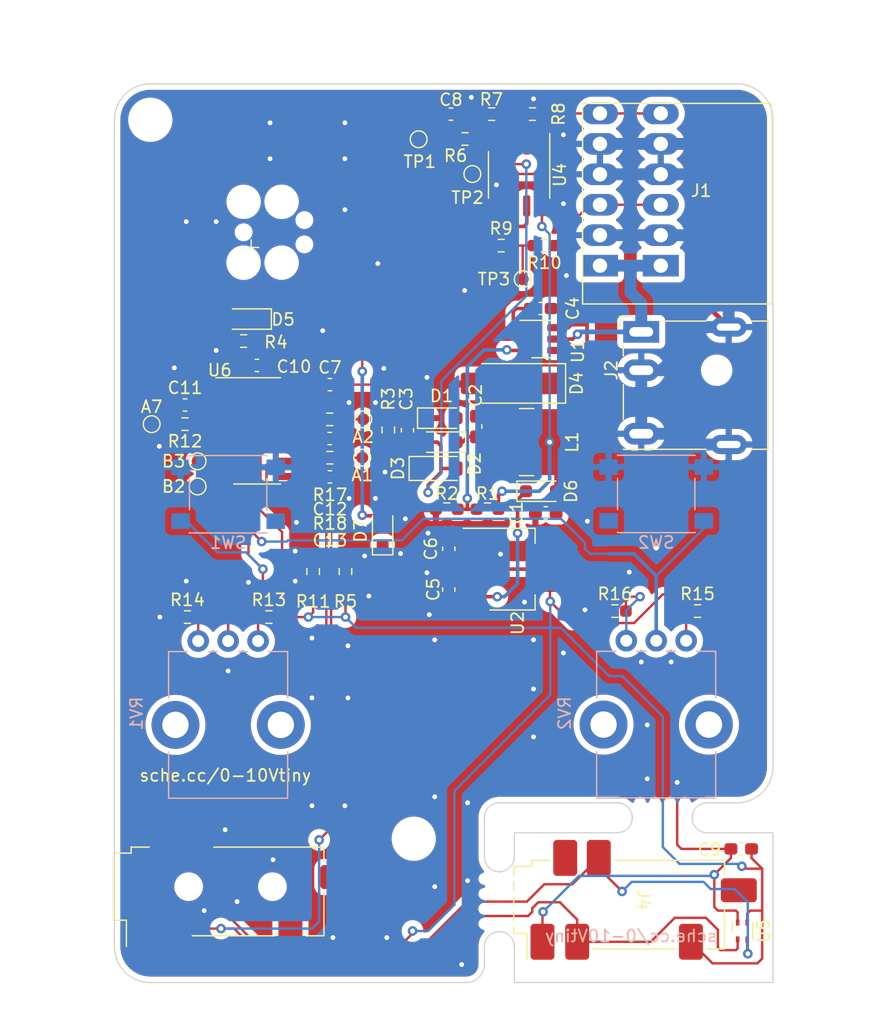
<source format=kicad_pcb>
(kicad_pcb (version 20221018) (generator pcbnew)
  (layers (0 "F.Cu" signal) (31 "B.Cu" signal) (34 "B.Paste" user) (35 "F.Paste" user) (36 "B.SilkS" user "B.Silkscreen") (37 "F.SilkS" user "F.Silkscreen") (38 "B.Mask" user) (39 "F.Mask" user) (44 "Edge.Cuts" user))
  (net 0 "")
  (net 1 "+12VA")
  (net 2 "GND")
  (net 3 "Net-(D4-K)")
  (net 4 "Net-(D1-A)")
  (net 5 "-12VA")
  (net 6 "Net-(U1-CB)")
  (net 7 "+24V")
  (net 8 "Net-(U1-FB)")
  (net 9 "Net-(D3-K)")
  (net 11 "+3V3")
  (net 12 "Net-(A1-Pad1)")
  (net 13 "Net-(U4A--)")
  (net 14 "/0-10V out")
  (net 15 "Net-(A2-Pad1)")
  (net 16 "/0-10V in")
  (net 17 "Net-(U4B--)")
  (net 18 "Net-(A7-Pad1)")
  (net 19 "Net-(U6-PB2)")
  (net 20 "Net-(U6-PB3)")
  (net 21 "Net-(U6-PA3)")
  (net 22 "Net-(U4A-+)")
  (net 23 "Net-(U6-PA7)")
  (net 24 "Net-(U6-PA2)")
  (net 25 "Net-(U6-PA1)")
  (net 26 "Net-(D5-K)")
  (net 27 "/Adapter RX")
  (net 28 "SCL")
  (net 29 "SDA")
  (net 32 "/UPDI")
  (net 33 "Net-(U6-PA6)")
  (net 34 "Net-(R13-Pad1)")
  (net 35 "Net-(R15-Pad1)")
  (net 36 "closed_SP")
  (net 37 "open_SP")
  (net 38 "Net-(R14-Pad2)")
  (net 39 "Net-(R16-Pad2)")
  (net 40 "Net-(D6-K)")
  (net 41 "VBUS")
  (footprint "mouse_bites:2.5mm_slot" (layer "F.Cu") (at 173.5 95.5 180)
    (fp_text reference "REF**" hide)
    (fp_text value "2.5mm_slot" hide)
    (fp_arc (start 0 0) (mid 1.25 1.25) (end 0 2.5) (stroke (width 0.12)) (layer "Edge.Cuts"))
    (fp_arc (start 7.5 2.5) (mid 6.25 1.25) (end 7.5 0) (stroke (width 0.12)) (layer "Edge.Cuts"))
  )
  (footprint "Package_SO:SO-8_3.9x4.9mm_P1.27mm" (layer "F.Cu") (at 157.8 40.6 -90)
    (fp_text reference "U4")
    (fp_text value "LM358")
  )
  (footprint "Capacitor_SMD:C_0603_1608Metric_Pad1.08x0.95mm_HandSolder" (layer "F.Cu") (at 176.35 96.85)
    (fp_text reference "C9")
    (fp_text value "100nF")
  )
  (footprint "MountingHole:MountingHole_3.2mm_M3_DIN965" (layer "F.Cu") (at 127 36)
    (fp_text reference "REF**" hide)
    (fp_text value "MountingHole_3.2mm_M3_DIN965")
  )
  (footprint "TestPoint:TestPoint_Pad_D1.0mm" (layer "F.Cu") (at 127.1125 61.4)
    (fp_text reference "A7")
    (fp_text value "PA7")
  )
  (footprint "Diode_SMD:D_SMA_Handsoldering" (layer "F.Cu") (at 157.175 58 180)
    (fp_text reference "D4")
    (fp_text value "SS12")
  )
  (footprint "Capacitor_SMD:C_0603_1608Metric_Pad1.08x0.95mm_HandSolder" (layer "F.Cu") (at 152.1075 35.525 180)
    (fp_text reference "C8")
    (fp_text value "100nF")
  )
  (footprint "Inductor_SMD:L_TracoPower_TCK-047_5.2x5.8mm" (layer "F.Cu") (at 158.425 62.9)
    (fp_text reference "L1")
    (fp_text value "1mH")
  )
  (footprint "Resistor_SMD:R_0603_1608Metric_Pad0.98x0.95mm_HandSolder" (layer "F.Cu") (at 172.7 77)
    (fp_text reference "R15")
    (fp_text value "33k")
  )
  (footprint "TestPoint:TestPoint_Pad_D1.0mm" (layer "F.Cu") (at 153.895 40.525 -90)
    (fp_text reference "TP2")
    (fp_text value "DACx4")
  )
  (footprint "TestPoint:TestPoint_Pad_D1.0mm" (layer "F.Cu") (at 144.7875 61 180)
    (fp_text reference "A2")
    (fp_text value "PA7")
  )
  (footprint "Resistor_SMD:R_0603_1608Metric_Pad0.98x0.95mm_HandSolder" (layer "F.Cu") (at 130.1 77.5)
    (fp_text reference "R14")
    (fp_text value "1k")
  )
  (footprint "Resistor_SMD:R_0603_1608Metric_Pad0.98x0.95mm_HandSolder" (layer "F.Cu") (at 159.9125 46.5 180)
    (fp_text reference "R10")
    (fp_text value "12k")
  )
  (footprint "Connector_Audio:Jack_3.5mm_CUI_SJ-43516-SMT_Horizontal" (layer "F.Cu") (at 134.75 100 90)
    (fp_text reference "J3" hide)
    (fp_text value "SJ-43514-SMT")
  )
  (footprint "Resistor_SMD:R_0603_1608Metric_Pad0.98x0.95mm_HandSolder" (layer "F.Cu") (at 143.3 73.7 90)
    (fp_text reference "R5")
    (fp_text value "12k")
  )
  (footprint "Package_TO_SOT_SMD:SOT-223-3_TabPin2" (layer "F.Cu") (at 157.225 73.5)
    (fp_text reference "U2")
    (fp_text value "AMS1117-3.3")
  )
  (footprint "Resistor_SMD:R_0603_1608Metric_Pad0.98x0.95mm_HandSolder" (layer "F.Cu") (at 134.79 54.465 180)
    (fp_text reference "R4")
    (fp_text value "470R")
  )
  (footprint "Resistor_SMD:R_0603_1608Metric_Pad0.98x0.95mm_HandSolder" (layer "F.Cu") (at 141.9875 61)
    (fp_text reference "R17")
    (fp_text value "100R")
  )
  (footprint "Connector:Tag-Connect_TC2030-IDC-FP_2x03_P1.27mm_Vertical" (layer "F.Cu") (at 137.33 45.385)
    (fp_text reference "J5" hide)
    (fp_text value "AVR-UPDI-6")
  )
  (footprint "TestPoint:TestPoint_Pad_D1.0mm" (layer "F.Cu") (at 158.1 49.3)
    (fp_text reference "TP3")
    (fp_text value "A3(0-10/~4)")
  )
  (footprint "Resistor_SMD:R_0603_1608Metric_Pad0.98x0.95mm_HandSolder" (layer "F.Cu") (at 142 64.2)
    (fp_text reference "R18")
    (fp_text value "100R")
  )
  (footprint "Capacitor_SMD:C_0603_1608Metric_Pad1.08x0.95mm_HandSolder" (layer "F.Cu") (at 151.925 75.2 -90)
    (fp_text reference "C5")
    (fp_text value "1uF 25V")
  )
  (footprint "MountingHole:MountingHole_3.2mm_M3_DIN965" (layer "F.Cu") (at 149 96)
    (fp_text reference "REF**" hide)
    (fp_text value "MountingHole_3.2mm_M3_DIN965")
  )
  (footprint "Connector_Audio:Jack_3.5mm_CUI_SJ-43516-SMT_Horizontal" (layer "F.Cu") (at 168.2 101.1 90)
    (fp_text reference "J4")
    (fp_text value "AudioJack4")
  )
  (footprint "Capacitor_SMD:C_0603_1608Metric_Pad1.08x0.95mm_HandSolder" (layer "F.Cu") (at 135.9 56.5 180)
    (fp_text reference "C10")
    (fp_text value "100nF")
  )
  (footprint "Resistor_SMD:R_0603_1608Metric_Pad0.98x0.95mm_HandSolder" (layer "F.Cu") (at 151.7625 68.5 180)
    (fp_text reference "R2")
    (fp_text value "10k")
  )
  (footprint "Diode_SMD:D_SOD-323_HandSoldering" (layer "F.Cu") (at 146.4 70.3 90)
    (fp_text reference "D7")
    (fp_text value "BAT54WS")
  )
  (footprint "Capacitor_SMD:C_0603_1608Metric_Pad1.08x0.95mm_HandSolder" (layer "F.Cu") (at 141.9875 62.6 180)
    (fp_text reference "C12")
    (fp_text value "100nF")
  )
  (footprint "Resistor_SMD:R_0603_1608Metric_Pad0.98x0.95mm_HandSolder" (layer "F.Cu") (at 156.3 46.5)
    (fp_text reference "R9")
    (fp_text value "3k9")
  )
  (footprint "graphics:kiwi" (layer "F.Cu") (at 150.25 85)
    (fp_text reference "G***" hide)
    (fp_text value "LOGO" hide)
  )
  (footprint "Resistor_SMD:R_0603_1608Metric_Pad0.98x0.95mm_HandSolder" (layer "F.Cu") (at 129.9 61.4 180)
    (fp_text reference "R12")
    (fp_text value "100R")
  )
  (footprint "TerminalBlock_Phoenix:TerminalBlock_Phoenix_PTSM-0,5-6-2.5-H-THR_1x06_P2.50mm_Horizontal" (layer "F.Cu") (at 169.63 48.17 90)
    (fp_text reference "J1")
    (fp_text value "CUI TBL009-254-06xx")
  )
  (footprint "mouse_bites:2.5mm_slot" (layer "F.Cu") (at 157.4 97.5 -90)
    (fp_text reference "REF**" hide)
    (fp_text value "2.5mm_slot" hide)
    (fp_arc (start 0 0) (mid 1.25 1.25) (end 0 2.5) (stroke (width 0.12)) (layer "Edge.Cuts"))
    (fp_arc (start 7.5 2.5) (mid 6.25 1.25) (end 7.5 0) (stroke (width 0.12)) (layer "Edge.Cuts"))
  )
  (footprint "Package_SO:SOIC-14_3.9x8.7mm_P1.27mm" (layer "F.Cu") (at 135.925 61.96)
    (fp_text reference "U6")
    (fp_text value "ATtiny414-SS")
  )
  (footprint "Capacitor_SMD:C_0603_1608Metric_Pad1.08x0.95mm_HandSolder" (layer "F.Cu") (at 129.9 59.8)
    (fp_text reference "C11")
    (fp_text value "100nF")
  )
  (footprint "Resistor_SMD:R_0603_1608Metric_Pad0.98x0.95mm_HandSolder" (layer "F.Cu") (at 136.9 77.5)
    (fp_text reference "R13")
    (fp_text value "33k")
  )
  (footprint "Resistor_SMD:R_0603_1608Metric_Pad0.98x0.95mm_HandSolder" (layer "F.Cu") (at 155.1625 68.5 180)
    (fp_text reference "R1")
    (fp_text value "150k")
  )
  (footprint "Diode_SMD:D_SOD-323_HandSoldering" (layer "F.Cu") (at 135.1 52.63 180)
    (fp_text reference "D5")
    (fp_text value "BAT54WS")
  )
  (footprint "TestPoint:TestPoint_Pad_D1.0mm" (layer "F.Cu") (at 144.7 64.2 180)
    (fp_text reference "A1")
    (fp_text value "PA7")
  )
  (footprint "Capacitor_SMD:C_0603_1608Metric_Pad1.08x0.95mm_HandSolder" (layer "F.Cu") (at 159.6125 51.75)
    (fp_text reference "C4")
    (fp_text value "100nF")
  )
  (footprint "Resistor_SMD:R_0603_1608Metric_Pad0.98x0.95mm_HandSolder" (layer "F.Cu") (at 165.8 77)
    (fp_text reference "R16")
    (fp_text value "1k")
  )
  (footprint "Capacitor_SMD:C_0603_1608Metric_Pad1.08x0.95mm_HandSolder" (layer "F.Cu") (at 160.025 68.8 180)
    (fp_text reference "C1")
    (fp_text value "1uF 25V")
  )
  (footprint "Resistor_SMD:R_0603_1608Metric_Pad0.98x0.95mm_HandSolder" (layer "F.Cu") (at 153.28 37.6)
    (fp_text reference "R6")
    (fp_text value "1k")
  )
  (footprint "Diode_SMD:D_SOD-323_HandSoldering" (layer "F.Cu") (at 159.625 67)
    (fp_text reference "D6")
    (fp_text value "BAT54WS")
  )
  (footprint "Sensor_Humidity:Sensirion_DFN-4_1.5x1.5mm_P0.8mm_SHT4x_NoCentralPad" (layer "F.Cu") (at 176.45 103.7 90)
    (fp_text reference "U5")
    (fp_text value "SHT4x")
  )
  (footprint "Capacitor_SMD:C_0603_1608Metric_Pad1.08x0.95mm_HandSolder" (layer "F.Cu") (at 148.475 61.9 -90)
    (fp_text reference "C3")
    (fp_text value "1uF 25V")
  )
  (footprint "Resistor_SMD:R_0603_1608Metric_Pad0.98x0.95mm_HandSolder" (layer "F.Cu") (at 158.92 35.525)
    (fp_text reference "R8")
    (fp_text value "100k")
  )
  (footprint "Diode_SMD:D_SOD-323_HandSoldering" (layer "F.Cu") (at 151.325 62.9 180)
    (fp_text reference "D2")
    (fp_text value "BAT54WS")
  )
  (footprint "Resistor_SMD:R_0603_1608Metric_Pad0.98x0.95mm_HandSolder" (layer "F.Cu") (at 140.6 73.7 90)
    (fp_text reference "R11")
    (fp_text value "12k")
  )
  (footprint "Capacitor_SMD:C_0603_1608Metric_Pad1.08x0.95mm_HandSolder" (layer "F.Cu") (at 151.925 71.8 -90)
    (fp_text reference "C6")
    (fp_text value "1uF 25V")
  )
  (footprint "TestPoint:TestPoint_Pad_D1.0mm" (layer "F.Cu") (at 149.4075 37.625 -90)
    (fp_text reference "TP1")
    (fp_text value "DAC")
  )
  (footprint "Connector_BarrelJack:BarrelJack_CUI_PJ-079BH_Horizontal" (layer "F.Cu") (at 168 53.7 90)
    (fp_text reference "J2")
    (fp_text value "CUI_PJ-079BH")
  )
  (footprint "Package_TO_SOT_SMD:SOT-23-6" (layer "F.Cu") (at 159.675 54.3)
    (fp_text reference "U1")
    (fp_text value "LV2862YDDCR")
  )
  (footprint "Capacitor_SMD:C_0603_1608Metric_Pad1.08x0.95mm_HandSolder" (layer "F.Cu") (at 142 58.1)
    (fp_text reference "C7")
    (fp_text value "100nF")
  )
  (footprint "Resistor_SMD:R_0603_1608Metric_Pad0.98x0.95mm_HandSolder" (layer "F.Cu") (at 146.875 61.8875 90)
    (fp_text reference "R3")
    (fp_text value "100R")
  )
  (footprint "Diode_SMD:D_SOD-123" (layer "F.Cu") (at 150.975 65.1)
    (fp_text reference "D3")
    (fp_text value "15V")
  )
  (footprint "TestPoint:TestPoint_Pad_D1.0mm" (layer "F.Cu") (at 130.95 64.5)
    (fp_text reference "B3")
    (fp_text value "PA7")
  )
  (footprint "Capacitor_SMD:C_0603_1608Metric_Pad1.08x0.95mm_HandSolder" (layer "F.Cu") (at 154.175 61.6 -90)
    (fp_text reference "C2")
    (fp_text value "1uF 25V")
  )
  (footprint "Resistor_SMD:R_0603_1608Metric_Pad0.98x0.95mm_HandSolder" (layer "F.Cu") (at 155.5075 35.525 180)
    (fp_text reference "R7")
    (fp_text value "33k")
  )
  (footprint "Capacitor_SMD:C_0603_1608Metric_Pad1.08x0.95mm_HandSolder" (layer "F.Cu") (at 142 65.8 180)
    (fp_text reference "C13")
    (fp_text value "100nF")
  )
  (footprint "TestPoint:TestPoint_Pad_D1.0mm" (layer "F.Cu") (at 130.95 66.6)
    (fp_text reference "B2")
    (fp_text value "PA7")
  )
  (footprint "Diode_SMD:D_SOD-323_HandSoldering" (layer "F.Cu") (at 151.325 60.9)
    (fp_text reference "D1")
    (fp_text value "BAT54WS")
  )
  (footprint "Button_Switch_SMD:SW_Push_1P1T_NO_6x6mm_H9.5mm" (layer "B.Cu") (at 169.25 67.225)
    (fp_text reference "SW2")
    (fp_text value "SW_Push")
  )
  (footprint "Potentiometer_THT:Potentiometer_Bourns_PTV09A-1_Single_Vertical" (layer "B.Cu") (at 136 79.5 -90)
    (fp_text reference "RV1")
    (fp_text value "100K")
  )
  (footprint "graphics:kiwi" (layer "B.Cu") (at 150.25 85 180)
    (fp_text reference "G***" hide)
    (fp_text value "LOGO" hide)
  )
  (footprint "Button_Switch_SMD:SW_Push_1P1T_NO_6x6mm_H9.5mm" (layer "B.Cu") (at 133.5 67.25)
    (fp_text reference "SW1")
    (fp_text value "SW_Push")
  )
  (footprint "Potentiometer_THT:Potentiometer_Bourns_PTV09A-1_Single_Vertical" (layer "B.Cu") (at 171.75 79.475 -90)
    (fp_text reference "RV2")
    (fp_text value "100K")
  )
  (gr_line (start 157.4 95.5) (end 157.4 97.5) (stroke (width 0.1)) (layer "Edge.Cuts"))
  (gr_line (start 166 93) (end 156.15 93) (stroke (width 0.1)) (layer "Edge.Cuts"))
  (gr_arc (start 179 90) (mid 178.12132 92.12132) (end 176 93) (stroke (width 0.1)) (layer "Edge.Cuts"))
  (gr_line (start 166 95.5) (end 157.4 95.5) (stroke (width 0.1)) (layer "Edge.Cuts"))
  (gr_line (start 179 95.5) (end 179 108) (stroke (width 0.1)) (layer "Edge.Cuts"))
  (gr_line (start 127 33) (end 176 33) (stroke (width 0.1)) (layer "Edge.Cuts"))
  (gr_line (start 154.9 105.6) (end 154.9 106.5) (stroke (width 0.1)) (layer "Edge.Cuts"))
  (gr_line (start 124 105) (end 124 36) (stroke (width 0.1)) (layer "Edge.Cuts"))
  (gr_arc (start 176 33) (mid 178.12132 33.87868) (end 179 36) (stroke (width 0.1)) (layer "Edge.Cuts"))
  (gr_arc (start 154.9 106.5) (mid 154.46066 107.56066) (end 153.4 108) (stroke (width 0.1)) (layer "Edge.Cuts"))
  (gr_arc (start 124 36) (mid 124.87868 33.87868) (end 127 33) (stroke (width 0.1)) (layer "Edge.Cuts"))
  (gr_line (start 176 93) (end 173.5 93) (stroke (width 0.1)) (layer "Edge.Cuts"))
  (gr_line (start 154.9 105) (end 154.9 105.6) (stroke (width 0.1)) (layer "Edge.Cuts"))
  (gr_line (start 154.9 97.5) (end 154.9 94.25) (stroke (width 0.1)) (layer "Edge.Cuts"))
  (gr_line (start 179 95.5) (end 173.5 95.5) (stroke (width 0.1)) (layer "Edge.Cuts"))
  (gr_arc (start 154.9 94.25) (mid 155.266117 93.366117) (end 156.15 93) (stroke (width 0.1)) (layer "Edge.Cuts"))
  (gr_line (start 179 36) (end 179 90) (stroke (width 0.1)) (layer "Edge.Cuts"))
  (gr_arc (start 127 108) (mid 124.87868 107.12132) (end 124 105) (stroke (width 0.1)) (layer "Edge.Cuts"))
  (gr_line (start 153.4 108) (end 127 108) (stroke (width 0.1)) (layer "Edge.Cuts"))
  (gr_line (start 157.4 108) (end 179 108) (stroke (width 0.1)) (layer "Edge.Cuts"))
  (gr_line (start 157.4 105) (end 157.4 108) (stroke (width 0.1)) (layer "Edge.Cuts"))
  (gr_text "sche.cc/0-10Vtiny" (at 174.4 104.7) (layer "B.SilkS") (effects (font (size 1 1)) (justify left bottom mirror)))
  (gr_text "sche.cc/0-10Vtiny" (at 126 91.3) (layer "F.SilkS") (effects (font (size 1 1)) (justify left bottom)))
  (segment (start 160.8875 68.8) (end 160.8875 62.9125) (width 0.3) (layer "F.Cu") (net 1))
  (segment (start 159.705 44.895) (end 159.7 44.9) (width 0.2) (layer "F.Cu") (net 1))
  (segment (start 160.8875 62.9125) (end 160.575 62.6) (width 0.3) (layer "F.Cu") (net 1))
  (segment (start 156.075 67.3) (end 156.375 67) (width 0.3) (layer "F.Cu") (net 1))
  (segment (start 156.075 68.8) (end 156.075 67.3) (width 0.3) (layer "F.Cu") (net 1))
  (segment (start 159.705 43.175) (end 159.705 44.895) (width 0.2) (layer "F.Cu") (net 1))
  (via (at 160.35 62.9) (size 0.8) (drill 0.4) (layers "F.Cu" "B.Cu") (net 1))
  (via (at 156.375 67) (size 0.8) (drill 0.4) (layers "F.Cu" "B.Cu") (net 1))
  (via (at 159.7 44.9) (size 0.8) (drill 0.4) (layers "F.Cu" "B.Cu") (net 1))
  (segment (start 156.375 67) (end 159.475 67) (width 0.3) (layer "B.Cu") (net 1))
  (segment (start 159.7 44.9) (end 160.35 45.55) (width 0.2) (layer "B.Cu") (net 1))
  (segment (start 160.35 66.125) (end 160.35 62.9) (width 0.3) (layer "B.Cu") (net 1))
  (segment (start 160.35 45.55) (end 160.35 62.9) (width 0.2) (layer "B.Cu") (net 1))
  (segment (start 159.475 67) (end 160.35 66.125) (width 0.3) (layer "B.Cu") (net 1))
  (segment (start 175.4875 96.85) (end 171.35 96.85) (width 0.2) (layer "F.Cu") (net 2))
  (segment (start 154.475 58.2) (end 150.075 58.2) (width 0.3) (layer "F.Cu") (net 2))
  (segment (start 148.4125 60.975) (end 148.475 61.0375) (width 0.3) (layer "F.Cu") (net 2))
  (segment (start 150.8125 70.9375) (end 150.775 70.9) (width 0.3) (layer "F.Cu") (net 2))
  (segment (start 171.1 96.6) (end 171 96.5) (width 0.2) (layer "F.Cu") (net 2))
  (segment (start 151.8 54.3) (end 150.075 56.025) (width 0.3) (layer "F.Cu") (net 2))
  (segment (start 140.7 45.42) (end 141.4 46.12) (width 0.2) (layer "F.Cu") (net 2))
  (segment (start 152.97 35.525) (end 153.8075 35.525) (width 0.2) (layer "F.Cu") (net 2))
  (segment (start 159.1625 68.8) (end 159.1625 70.4125) (width 0.3) (layer "F.Cu") (net 2))
  (segment (start 140 58.15) (end 141.0875 58.15) (width 0.2) (layer "F.Cu") (net 2))
  (segment (start 129.0375 56.7375) (end 129 56.7) (width 0.2) (layer "F.Cu") (net 2))
  (segment (start 153.3 54.3) (end 151.8 54.3) (width 0.3) (layer "F.Cu") (net 2))
  (segment (start 176.05 103) (end 176.05 102.15) (width 0.2) (layer "F.Cu") (net 2))
  (segment (start 159.1625 70.4125) (end 158.275 71.3) (width 0.3) (layer "F.Cu") (net 2))
  (segment (start 155.895 41.4375) (end 155.9075 41.425) (width 0.2) (layer "F.Cu") (net 2))
  (segment (start 145.7 62.6) (end 145.7 63.5) (width 0.3) (layer "F.Cu") (net 2))
  (segment (start 161.3125 70.4125) (end 163.3 72.4) (width 0.3) (layer "F.Cu") (net 2))
  (segment (start 129.1875 77.5) (end 127.8 77.5) (width 0.2) (layer "F.Cu") (net 2))
  (segment (start 150.075 56.025) (end 150.075 57.475) (width 0.3) (layer "F.Cu") (net 2))
  (segment (start 171.35 96.85) (end 171.1 96.6) (width 0.2) (layer "F.Cu") (net 2))
  (segment (start 146.25 61.25) (end 147 61.25) (width 0.3) (layer "F.Cu") (net 2))
  (segment (start 136.7625 56.5) (end 139.4 56.5) (width 0.2) (layer "F.Cu") (net 2))
  (segment (start 159.75 102.15) (end 159.8 102.1) (width 0.2) (layer "F.Cu") (net 2))
  (segment (start 141.0875 58.15) (end 141.1375 58.1) (width 0.2) (layer "F.Cu") (net 2))
  (segment (start 140 55) (end 140 56.5) (width 0.2) (layer "F.Cu") (net 2))
  (segment (start 163.4 77) (end 163.3 76.9) (width 0.2) (layer "F.Cu") (net 2))
  (segment (start 161.65 40.55) (end 164.55 40.55) (width 0.2) (layer "F.Cu") (net 2))
  (segment (start 154.675 58) (end 154.475 58.2) (width 0.3) (layer "F.Cu") (net 2))
  (segment (start 175.3 53.3) (end 172.5 50.5) (width 0.4) (layer "F.Cu") (net 2))
  (segment (start 150.075 57.475) (end 150.1 57.5) (width 0.3) (layer "F.Cu") (net 2))
  (segment (start 146.875 60.975) (end 148.4125 60.975) (width 0.3) (layer "F.Cu") (net 2))
  (segment (start 138.6 44.75) (end 139.27 45.42) (width 0.2) (layer "F.Cu") (net 2))
  (segment (start 150.1 73.8) (end 150.725 73.8) (width 0.2) (layer "F.Cu") (net 2))
  (segment (start 155.895 43.175) (end 155.895 44.805) (width 0.2) (layer "F.Cu") (net 2))
  (segment (start 129.0375 59.8) (end 129.0375 56.7375) (width 0.2) (layer "F.Cu") (net 2))
  (segment (start 150.775 69.7) (end 150.775 68.875) (width 0.3) (layer "F.Cu") (net 2))
  (segment (start 158.275 71.3) (end 154.175 71.3) (width 0.3) (layer "F.Cu") (net 2))
  (segment (start 149.25 68.45) (end 147.9 67.1) (width 0.3) (layer "F.Cu") (net 2))
  (segment (start 154.175 71.3) (end 154.075 71.2) (width 0.3) (layer "F.Cu") (net 2))
  (segment (start 151.925 74.3375) (end 151.2625 74.3375) (width 0.3) (layer "F.Cu") (net 2))
  (segment (start 153.8075 34.125) (end 153.8075 35.525) (width 0.2) (layer "F.Cu") (net 2))
  (segment (start 142.85 62.6) (end 145.7 62.6) (width 0.2) (layer "F.Cu") (net 2))
  (segment (start 172.5 50.5) (end 157.1 50.5) (width 0.4) (layer "F.Cu") (net 2))
  (segment (start 140 56.5) (end 140 57.3) (width 0.2) (layer "F.Cu") (net 2))
  (segment (start 175.9 102) (end 174.4 102) (width 0.2) (layer "F.Cu") (net 2))
  (segment (start 150.075 58.2) (end 150.075 60.9) (width 0.3) (layer "F.Cu") (net 2))
  (segment (start 140 57.3) (end 140 58.15) (width 0.2) (layer "F.Cu") (net 2))
  (segment (start 175.4875 97.6125) (end 175.4875 96.85) (width 0.2) (layer "F.Cu") (net 2))
  (segment (start 157.1 50.5) (end 153.3 54.3) (width 0.4) (layer "F.Cu") (net 2))
  (segment (start 155.895 43.175) (end 155.895 41.4375) (width 0.2) (layer "F.Cu") (net 2))
  (segment (start 155.895 44.805) (end 155.3875 45.3125) (width 0.2) (layer "F.Cu") (net 2))
  (segment (start 150.775 70.1) (end 150.775 70.9) (width 0.3) (layer "F.Cu") (net 2))
  (segment (start 150.775 70.1) (end 150.775 69.7) (width 0.3) (layer "F.Cu") (net 2))
  (segment (start 150.775 68.875) (end 150.85 68.8) (width 0.3) (layer "F.Cu") (net 2))
  (segment (start 159.75 104.6) (end 159.75 102.15) (width 0.2) (layer "F.Cu") (net 2))
  (segment (start 141.4 53.6) (end 140 55) (width 0.2) (layer "F.Cu") (net 2))
  (segment (start 145.7 62) (end 145.7 62.6) (width 0.3) (layer "F.Cu") (net 2))
  (segment (start 163.3 72.4) (end 163.3 76.9) (width 0.3) (layer "F.Cu") (net 2))
  (segment (start 139.4 56.5) (end 140 56.5) (width 0.2) (layer "F.Cu") (net 2))
  (segment (start 150.85 68.6) (end 149.4 68.6) (width 0.3) (layer "F.Cu") (net 2))
  (segment (start 150.075 60.9) (end 148.6125 60.9) (width 0.3) (layer "F.Cu") (net 2))
  (segment (start 151.925 70.9375) (end 153.8125 70.9375) (width 0.3) (layer "F.Cu") (net 2))
  (segment (start 149.4 68.6) (end 149.25 68.45) (width 0.3) (layer "F.Cu") (net 2))
  (segment (start 126.3 103.5) (end 126.3 79) (width 0.4) (layer "F.Cu") (net 2))
  (segment (start 145.7 62) (end 145.7 61.8) (width 0.3) (layer "F.Cu") (net 2))
  (segment (start 174.4 102) (end 174.1 101.7) (width 0.2) (layer "F.Cu") (net 2))
  (segment (start 150.775 70.9) (end 150.775 73.85) (width 0.3) (layer "F.Cu") (net 2))
  (segment (start 142.8625 65.8) (end 145.7 65.8) (width 0.2) (layer "F.Cu") (net 2))
  (segment (start 146 63.8) (end 145.7 63.5) (width 0.2) (layer "F.Cu") (net 2))
  (segment (start 141.4 46.12) (end 141.4 53.6) (width 0.2) (layer "F.Cu") (net 2))
  (segment (start 174.1 101.7) (end 174.1 99) (width 0.2) (layer "F.Cu") (net 2))
  (segment (start 147.9 67.1) (end 146.6 67.1) (width 0.3) (layer "F.Cu") (net 2))
  (segment (start 148.6125 60.9) (end 148.475 61.0375) (width 0.3) (layer "F.Cu") (net 2))
  (segment (start 146.6 67.1) (end 145.7 66.2) (width 0.3) (layer "F.Cu") (net 2))
  (segment (start 146 65.5) (end 146 63.8) (width 0.2) (layer "F.Cu") (net 2))
  (segment (start 155.9075 41.425) (end 160.775 41.425) (width 0.2) (layer "F.Cu") (net 2))
  (segment (start 150.1 57.5) (end 150.075 57.525) (width 0.3) (layer "F.Cu") (net 2))
  (segment (start 150.775 73.85) (end 150.925 74) (width 0.3) (layer "F.Cu") (net 2))
  (segment (start 150.725 73.8) (end 150.775 73.85) (width 0.2) (layer "F.Cu") (net 2))
  (segment (start 160.775 41.425) (end 161.65 40.55) (width 0.2) (layer "F.Cu") (net 2))
  (segment (start 126.3 79) (end 127.8 77.5) (width 0.4) (layer "F.Cu") (net 2))
  (segment (start 151.925 70.9375) (end 150.8125 70.9375) (width 0.3) (layer "F.Cu") (net 2))
  (segment (start 155.3875 45.3125) (end 155.3875 46.5) (width 0.2) (layer "F.Cu") (net 2))
  (segment (start 164.8875 77) (end 163.4 77) (width 0.2) (layer "F.Cu") (net 2))
  (segment (start 145.7 65.8) (end 146 65.5) (width 0.2) (layer "F.Cu") (net 2))
  (segment (start 145.7 66.2) (end 145.7 65.8) (width 0.3) (layer "F.Cu") (net 2))
  (segment (start 153.8075 35.525) (end 154.595 35.525) (width 0.2) (layer "F.Cu") (net 2))
  (segment (start 139.27 45.42) (end 140.7 45.42) (width 0.2) (layer "F.Cu") (net 2))
  (segment (start 151.2625 74.3375) (end 150.925 74) (width 0.3) (layer "F.Cu") (net 2))
  (segment (start 158.5375 54.3) (end 153.3 54.3) (width 0.3) (layer "F.Cu") (net 2))
  (segment (start 171 96.5) (end 171 91.3) (width 0.2) (layer "F.Cu") (net 2))
  (segment (start 150.075 57.525) (end 150.075 58.2) (width 0.3) (layer "F.Cu") (net 2))
  (segment (start 159.1625 70.4125) (end 161.3125 70.4125) (width 0.3) (layer "F.Cu") (net 2))
  (segment (start 138.4 58.15) (end 140 58.15) (width 0.2) (layer "F.Cu") (net 2))
  (segment (start 176.05 102.15) (end 175.9 102) (width 0.2) (layer "F.Cu") (net 2))
  (segment (start 140 57.1) (end 140 57.3) (width 0.2) (layer "F.Cu") (net 2))
  (segment (start 145.7 61.8) (end 146.25 61.25) (width 0.3) (layer "F.Cu") (net 2))
  (segment (start 153.8125 70.9375) (end 154.075 71.2) (width 0.3) (layer "F.Cu") (net 2))
  (segment (start 174.1 99) (end 175.4875 97.6125) (width 0.2) (layer "F.Cu") (net 2))
  (via (at 150.1 57.5) (size 0.8) (drill 0.4) (layers "F.Cu" "B.Cu") (net 2))
  (via (at 153.8075 34.125) (size 0.8) (drill 0.4) (layers "F.Cu" "B.Cu") (net 2))
  (via (at 148.3 69.3) (size 0.8) (drill 0.4) (layers "F.Cu" "B.Cu") (net 2))
  (via (at 131.5 102) (size 0.8) (drill 0.4) (layers "F.Cu" "B.Cu") (net 2))
  (via (at 159 87.5) (size 0.8) (drill 0.4) (layers "F.Cu" "B.Cu") (net 2))
  (via (at 143.5 79.9) (size 0.8) (drill 0.4) (layers "F.Cu" "B.Cu") (net 2))
  (via (at 161.5 80.5) (size 0.8) (drill 0.4) (layers "F.Cu" "B.Cu") (net 2))
  (via (at 150.2 70.5) (size 0.8) (drill 0.4) (layers "F.Cu" "B.Cu") (net 2))
  (via (at 153.5 93) (size 0.8) (drill 0.4) (layers "F.Cu" "B.Cu") (net 2))
  (via (at 143.5 84.25) (size 0.8) (drill 0.4) (layers "F.Cu" "B.Cu") (net 2))
  (via (at 171 91.3) (size 0.8) (drill 0.4) (layers "F.Cu" "B.Cu") (net 2))
  (via (at 129 56.7) (size 0.8) (drill 0.4) (layers "F.Cu" "B.Cu") (net 2))
  (via (at 143.6 67.6) (size 0.8) (drill 0.4) (layers "F.Cu" "B.Cu") (net 2))
  (via (at 146.5 56.75) (size 0.8) (drill 0.4) (layers "F.Cu" "B.Cu") (net 2))
  (via (at 127.75 63.25) (size 0.8) (drill 0.4) (layers "F.Cu" "B.Cu") (net 2))
  (via (at 139.1 74.5) (size 0.8) (drill 0.4) (layers "F.Cu" "B.Cu") (net 2))
  (via (at 145.8 59.6) (size 0.8) (drill 0.4) (layers "F.Cu" "B.Cu") (net 2))
  (via (at 130 74.5) (size 0.8) (drill 0.4) (layers "F.Cu" "B.Cu") (net 2))
  (via (at 143.6 59.6) (size 0.8) (drill 0.4) (layers "F.Cu" "B.Cu") (net 2))
  (via (at 145.8 67.6) (size 0.8) (drill 0.4) (layers "F.Cu" "B.Cu") (net 2))
  (via (at 133.5 82) (size 0.8) (drill 0.4) (layers "F.Cu" "B.Cu") (net 2))
  (via (at 143.25 43.5) (size 0.8) (drill 0.4) (layers "F.Cu" "B.Cu") (net 2))
  (via (at 147.9 72.2) (size 0.8) (drill 0.4) (layers "F.Cu" "B.Cu") (net 2))
  (via (at 139.1 72) (size 0.8) (drill 0.4) (layers "F.Cu" "B.Cu") (net 2))
  (via (at 137.25 97.75) (size 0.8) (drill 0.4) (layers "F.Cu" "B.Cu") (net 2))
  (via (at 150.75 79.4) (size 0.8) (drill 0.4) (layers "F.Cu" "B.Cu") (net 2))
  (via (at 153.25 50.25) (size 0.8) (drill 0.4) (layers "F.Cu" "B.Cu") (net 2))
  (via (at 132.5 55.25) (size 0.8) (drill 0.4) (layers "F.Cu" "B.Cu") (net 2))
  (via (at 159.8 102.1) (size 0.8) (drill 0.4) (layers "F.Cu" "B.Cu") (net 2))
  (via (at 134.25 101.25) (size 0.8) (drill 0.4) (layers "F.Cu" "B.Cu") (net 2))
  (via (at 153.5 99.5) (size 0.8) (drill 0.4) (layers "F.Cu" "B.Cu") (net 2))
  (via (at 163.5 69.5) (size 0.8) (drill 0.4) (layers "F.Cu" "B.Cu") (net 2))
  (via (at 143.25 36.25) (size 0.8) (drill 0.4) (layers "F.Cu" "B.Cu") (net 2))
  (via (at 146.75 104.25) (size 0.8) (drill 0.4) (layers "F.Cu" "B.Cu") (net 2))
  (via (at 170.5 81.25) (size 0.8) (drill 0.4) (layers "F.Cu" "B.Cu") (net 2))
  (via (at 130 44.5) (size 0.8) (drill 0.4) (layers "F.Cu" "B.Cu") (net 2))
  (via (at 163.3 76.9) (size 0.8) (drill 0.4) (layers "F.Cu" "B.Cu") (net 2))
  (via (at 150.75 100) (size 0.8) (drill 0.4) (layers "F.Cu" "B.Cu") (net 2))
  (via (at 142.25 104.25) (size 0.8) (drill 0.4) (layers "F.Cu" "B.Cu") (net 2))
  (via (at 159 83.5) (size 0.8) (drill 0.4) (layers "F.Cu" "B.Cu") (net 2))
  (via (at 137 36.25) (size 0.8) (drill 0.4) (layers "F.Cu" "B.Cu") (net 2))
  (via (at 150.75 92.5) (size 0.8) (drill 0.4) (layers "F.Cu" "B.Cu") (net 2))
  (via (at 146 48) (size 0.8) (drill 0.4) (layers "F.Cu" "B.Cu") (net 2))
  (via (at 168.5 91) (size 0.8) (drill 0.4) (layers "F.Cu" "B.Cu") (net 2))
  (via (at 140.5 93.25) (size 0.8) (drill 0.4) (layers "F.Cu" "B.Cu") (net 2))
  (via (at 144.9 72.4) (size 0.8) (drill 0.4) (layers "F.Cu" "B.Cu") (net 2))
  (via (at 158.25 76.25) (size 0.8) (drill 0.4) (layers "F.Cu" "B.Cu") (net 2))
  (via (at 141.4 53.6) (size 0.8) (drill 0.4) (layers "F.Cu" "B.Cu") (net 2))
  (via (at 159 34.25) (size 0.8) (drill 0.4) (layers "F.Cu" "B.Cu") (net 2))
  (via (at 161.5 43) (size 0.8) (drill 0.4) (layers "F.Cu" "B.Cu") (net 2))
  (via (at 168.5 86.5) (size 0.8) (drill 0.4) (layers "F.Cu" "B.Cu") (net 2))
  (via (at 139.2 69.6) (size 0.8) (drill 0.4) (layers "F.Cu" "B.Cu") (net 2))
  (via (at 155.9075 41.425) (size 0.8) (drill 0.4) (layers "F.Cu" "B.Cu") (net 2))
  (via (at 156.25 72.25) (size 0.8) (drill 0.4) (layers "F.Cu" "B.Cu") (net 2))
  (via (at 168 81.25) (size 0.8) (drill 0.4) (layers "F.Cu" "B.Cu") (net 2))
  (via (at 161.75 49) (size 0.8) (drill 0.4) (layers "F.Cu" "B.Cu") (net 2))
  (via (at 132.5 44.5) (size 0.8) (drill 0.4) (layers "F.Cu" "B.Cu") (net 2))
  (via (at 150.1 73.8) (size 0.8) (drill 0.4) (layers "F.Cu" "B.Cu") (net 2))
  (via (at 161.5 37.25) (size 0.8) (drill 0.4) (layers "F.Cu" "B.Cu") (net 2))
  (via (at 174.1 99) (size 0.8) (drill 0.4) (layers "F.Cu" "B.Cu") (net 2))
  (via (at 143.25 93.25) (size 0.8) (drill 0.4) (layers "F.Cu" "B.Cu") (net 2))
  (via (at 135.2 74.6) (size 0.8) (drill 0.4) (layers "F.Cu" "B.Cu") (net 2))
  (via (at 150.3 77.3) (size 0.8) (drill 0.4) (layers "F.Cu" "B.Cu") (net 2))
  (via (at 143.25 39.25) (size 0.8) (drill 0.4) (layers "F.Cu" "B.Cu") (net 2))
  (via (at 167 73.75) (size 0.8) (drill 0.4) (layers "F.Cu" "B.Cu") (net 2))
  (via (at 140.5 84.25) (size 0.8) (drill 0.4) (layers "F.Cu" "B.Cu") (net 2))
  (via (at 146.6 65.4) (size 0.8) (drill 0.4) (layers "F.Cu" "B.Cu") (net 2))
  (via (at 140.5 79.25) (size 0.8) (drill 0.4) (layers "F.Cu" "B.Cu") (net 2))
  (via (at 133.25 95.25) (size 0.8) (drill 0.4) (layers "F.Cu" "B.Cu") (net 2))
  (via (at 137 39.25) (size 0.8) (drill 0.4) (layers "F.Cu" "B.Cu") (net 2))
  (via (at 127.8 77.5) (size 0.8) (drill 0.4) (layers "F.Cu" "B.Cu") (net 2))
  (via (at 153 106.5) (size 0.8) (drill 0.4) (layers "F.Cu" "B.Cu") (net 2))
  (via (at 145.25 75.75) (size 0.8) (drill 0.4) (layers "F.Cu" "B.Cu") (net 2))
  (via (at 169.25 71.75) (size 0.8) (drill 0.4) (layers "F.Cu" "B.Cu") (net 2))
  (via (at 159 79.4) (size 0.8) (drill 0.4) (layers "F.Cu" "B.Cu") (net 2))
  (segment (start 175.3 45.6) (end 175.3 48.3) (width 1) (layer "B.Cu") (net 2))
  (segment (start 172.6 63.1) (end 171.7 62.2) (width 1) (layer "B.Cu") (net 2))
  (segment (start 169.7 56.9) (end 173.3 53.3) (width 1) (layer "B.Cu") (net 2))
  (segment (start 165.275 64.975) (end 173.225 64.975) (width 0.2) (layer "B.Cu") (net 2))
  (segment (start 148.1 75.8) (end 150.1 73.8) (width 0.2) (layer "B.Cu") (net 2))
  (segment (start 169.63 38.01) (end 174.41 38.01) (width 1) (layer "B.Cu") (net 2))
  (segment (start 159.8 102.1) (end 162.8 99.1) (width 0.2) (layer "B.Cu") (net 2))
  (segment (start 129 56.7) (end 140.1 56.7) (width 0.2) (layer "B.Cu") (net 2))
  (segment (start 173.3 53.3) (end 175.3 53.3) (width 1) (layer "B.Cu") (net 2))
  (segment (start 164.55 45.63) (end 169.63 45.63) (width 1) (layer "B.Cu") (net 2))
  (segment (start 171.7 62.2) (end 168 62.2) (width 1) (layer "B.Cu") (net 2))
  (segment (start 128.55 76.75) (end 130.025 76.75) (width 0.2) (layer "B.Cu") (net 2))
  (segment (start 171 99.1) (end 174 99.1) (width 0.2) (layer "B.Cu") (net 2))
  (segment (start 168 62.2) (end 168 56.9) (width 1) (layer "B.Cu") (net 2))
  (segment (start 175.3 42.4) (end 175.3 45.6) (width 1) (layer "B.Cu") (net 2))
  (segment (start 137.975 76.425) (end 138.6 75.8) (width 0.2) (layer "B.Cu") (net 2))
  (segment (start 164.55 38.01) (end 169.63 38.01) (width 1) (layer "B.Cu") (net 2))
  (segment (start 169.63 45.63) (end 172.63 45.63) (width 1) (layer "B.Cu") (net 2))
  (segment (start 175.27 45.63) (end 175.3 45.6) (width 1) (layer "B.Cu") (net 2))
  (segment (start 165.875 81.375) (end 163.3 78.8) (width 0.2) (layer "B.Cu") (net 2))
  (segment (start 169.7 99.1) (end 171 99.1) (width 0.2) (layer "B.Cu") (net 2))
  (segment (start 175.3 40.5) (end 175.3 42.4) (width 1) (layer "B.Cu") (net 2))
  (segment (start 137.975 65) (end 130.025 65) (width 0.2) (layer "B.Cu") (net 2))
  (segment (start 170.75 85.25) (end 166.875 81.375) (width 0.2) (layer "B.Cu") (net 2))
  (segment (start 175.3 38.9) (end 175.3 40.5) (width 1) (layer "B.Cu") (net 2))
  (segment (start 175.25 40.55) (end 175.3 40.5) (width 1) (layer "B.Cu") (net 2))
  (segment (start 163.475 76.725) (end 165.275 76.725) (width 0.2) (layer "B.Cu") (net 2))
  (segment (start 155.9075 34.825) (end 155.9075 41.425) (width 0.2) (layer "B.Cu") (net 2))
  (segment (start 173.45 40.55) (end 175.25 40.55) (width 1) (layer "B.Cu") (net 2))
  (segment (start 127.8 77.5) (end 128.55 76.75) (width 0.2) (layer "B.Cu") (net 2))
  (segment (start 141.4 53.6) (end 146.2 53.6) (width 0.2) (layer "B.Cu") (net 2))
  (segment (start 153.8075 34.125) (end 155.2075 34.125) (width 0.2) (layer "B.Cu") (net 2))
  (segment (start 164.55 40.55) (end 169.63 40.55) (width 1) (layer "B.Cu") (net 2))
  (segment (start 175.3 64.2) (end 175.3 63.1) (width 0.2) (layer "B.Cu") (net 2))
  (segment (start 146.2 53.6) (end 150.1 57.5) (width 0.2) (layer "B.Cu") (net 2))
  (segment (start 173.225 64.975) (end 174.525 64.975) (width 0.2) (layer "B.Cu") (net 2))
  (segment (start 172.63 45.63) (end 175.27 45.63) (width 1) (layer "B.Cu") (net 2))
  (segment (start 174.41 38.01) (end 175.3 38.9) (width 1) (layer "B.Cu") (net 2))
  (segment (start 163.3 76.9) (end 163.475 76.725) (width 0.2) (layer "B.Cu") (net 2))
  (segment (start 174 99.1) (end 174.1 99) (width 0.2) (layer "B.Cu") (net 2))
  (segment (start 155.2075 34.125) (end 155.9075 34.825) (width 0.2) (layer "B.Cu") (net 2))
  (segment (start 140.1 56.7) (end 141.4 55.4) (width 0.2) (layer "B.Cu") (net 2))
  (segment (start 169.63 40.55) (end 173.45 40.55) (width 1) (layer "B.Cu") (net 2))
  (segment (start 138.6 75.8) (end 148.1 75.8) (width 0.2) (layer "B.Cu") (net 2))
  (segment (start 175.3 48.3) (end 175.3 53.3) (width 1) (layer "B.Cu") (net 2))
  (segment (start 162.8 99.1) (end 169.7 99.1) (width 0.2) (layer "B.Cu") (net 2))
  (segment (start 171 91.3) (end 170.75 91.05) (width 0.2) (layer "B.Cu") (net 2))
  (segment (start 166.875 81.375) (end 165.875 81.375) (width 0.2) (layer "B.Cu") (net 2))
  (segment (start 137.975 76.75) (end 137.975 76.425) (width 0.2) (layer "B.Cu") (net 2))
  (segment (start 141.4 55.4) (end 141.4 53.6) (width 0.2) (layer "B.Cu") (net 2))
  (segment (start 170.75 91.05) (end 170.75 85.25) (width 0.2) (layer "B.Cu") (net 2))
  (segment (start 168 56.9) (end 169.7 56.9) (width 1) (layer "B.Cu") (net 2))
  (segment (start 175.3 63.1) (end 172.6 63.1) (width 1) (layer "B.Cu") (net 2))
  (segment (start 163.3 78.8) (end 163.3 76.9) (width 0.2) (layer "B.Cu") (net 2))
  (segment (start 174.525 64.975) (end 175.3 64.2) (width 0.2) (layer "B.Cu") (net 2))
  (segment (start 160.8125 53.35) (end 161.9125 53.35) (width 0.3) (layer "F.Cu") (net 3))
  (segment (start 163.475 57.4) (end 162.875 58) (width 0.3) (layer "F.Cu") (net 3))
  (segment (start 162.875 58) (end 159.675 58) (width 0.3) (layer "F.Cu") (net 3))
  (segment (start 161.9125 53.35) (end 162.1625 53.1) (width 0.3) (layer "F.Cu") (net 3))
  (segment (start 156.5 61.175) (end 156.5 62.9) (width 0.3) (layer "F.Cu") (net 3))
  (segment (start 154.175 60.7375) (end 156.0125 60.7375) (width 0.3) (layer "F.Cu") (net 3))
  (segment (start 162.625 51.75) (end 163.475 52.6) (width 0.3) (layer "F.Cu") (net 3))
  (segment (start 162.1625 53.1) (end 163.475 53.1) (width 0.3) (layer "F.Cu") (net 3))
  (segment (start 156.0125 60.7375) (end 156.475 61.2) (width 0.3) (layer "F.Cu") (net 3))
  (segment (start 163.475 52.6) (end 163.475 53.1) (width 0.3) (layer "F.Cu") (net 3))
  (segment (start 160.475 51.75) (end 162.625 51.75) (width 0.3) (layer "F.Cu") (net 3))
  (segment (start 159.675 58) (end 156.5 61.175) (width 0.3) (layer "F.Cu") (net 3))
  (segment (start 163.475 53.1) (end 163.475 57.4) (width 0.3) (layer "F.Cu") (net 3))
  (segment (start 153.075 62.9) (end 152.575 62.9) (width 0.3) (layer "F.Cu") (net 4))
  (segment (start 154.175 62.4625) (end 153.5125 62.4625) (width 0.3) (layer "F.Cu") (net 4))
  (segment (start 152.575 62.9) (end 152.575 60.9) (width 0.3) (layer "F.Cu") (net 4))
  (segment (start 153.5125 62.4625) (end 153.075 62.9) (width 0.3) (layer "F.Cu") (net 4))
  (segment (start 150.2 67.1) (end 150.2 66.5) (width 0.3) (layer "F.Cu") (net 5))
  (segment (start 151.275 63.2) (end 151.275 64.7) (width 0.3) (layer "F.Cu") (net 5))
  (segment (start 150.075 62.9) (end 150.975 62.9) (width 0.3) (layer "F.Cu") (net 5))
  (segment (start 148.6125 62.9) (end 148.475 62.7625) (width 0.3) (layer "F.Cu") (net 5))
  (segment (start 152.625 65.1) (end 151.275 65.1) (width 0.3) (layer "F.Cu") (net 5))
  (segment (start 150.2 66.5) (end 151.275 65.425) (width 0.3) (layer "F.Cu") (net 5))
  (segment (start 157.328604 39.7) (end 158.4 39.7) (width 0.2) (layer "F.Cu") (net 5))
  (segment (start 151.275 64.7) (end 151.275 65.1) (width 0.3) (layer "F.Cu") (net 5))
  (segment (start 155.895 38.266396) (end 157.328604 39.7) (width 0.2) (layer "F.Cu") (net 5))
  (segment (start 155.895 38.025) (end 155.895 38.266396) (width 0.2) (layer "F.Cu") (net 5))
  (segment (start 149.375 62.9) (end 148.6125 62.9) (width 0.3) (layer "F.Cu") (net 5))
  (segment (start 151.275 65.425) (end 151.275 65.1) (width 0.3) (layer "F.Cu") (net 5))
  (segment (start 150.975 62.9) (end 151.275 63.2) (width 0.3) (layer "F.Cu") (net 5))
  (segment (start 150.075 62.9) (end 149.375 62.9) (width 0.3) (layer "F.Cu") (net 5))
  (via (at 150.2 67.1) (size 0.8) (drill 0.4) (layers "F.Cu" "B.Cu") (net 5))
  (via (at 158.4 39.7) (size 0.8) (drill 0.4) (layers "F.Cu" "B.Cu") (net 5))
  (segment (start 150.2 66.6) (end 150.2 67.1) (width 0.2) (layer "B.Cu") (net 5))
  (segment (start 151.3 65.5) (end 150.2 66.6) (width 0.2) (layer "B.Cu") (net 5))
  (segment (start 158.4 50.7) (end 153.2 55.9) (width 0.2) (layer "B.Cu") (net 5))
  (segment (start 158.4 39.7) (end 158.4 50.7) (width 0.2) (layer "B.Cu") (net 5))
  (segment (start 153.2 55.9) (end 151.3 57.8) (width 0.2) (layer "B.Cu") (net 5))
  (segment (start 151.3 57.8) (end 151.3 65.5) (width 0.2) (layer "B.Cu") (net 5))
  (segment (start 157.3125 52) (end 157.3125 53.05) (width 0.3) (layer "F.Cu") (net 6))
  (segment (start 157.3125 53.05) (end 157.6125 53.35) (width 0.3) (layer "F.Cu") (net 6))
  (segment (start 157.5625 51.75) (end 157.3125 52) (width 0.3) (layer "F.Cu") (net 6))
  (segment (start 157.6125 53.35) (end 158.5375 53.35) (width 0.3) (layer "F.Cu") (net 6))
  (segment (start 158.75 51.75) (end 157.5625 51.75) (width 0.3) (layer "F.Cu") (net 6))
  (segment (start 162.275 54.3) (end 162.675 53.9) (width 0.3) (layer "F.Cu") (net 7))
  (segment (start 160.8125 54.3) (end 162.275 54.3) (width 0.3) (layer "F.Cu") (net 7))
  (via (at 162.675 53.9) (size 0.8) (drill 0.4) (layers "F.Cu" "B.Cu") (net 7))
  (segment (start 167.1 48.17) (end 167.1 50.4) (width 1) (layer "B.Cu") (net 7))
  (segment (start 162.875 53.7) (end 162.675 53.9) (width 0.4) (layer "B.Cu") (net 7))
  (segment (start 169.63 48.17) (end 167.1 48.17) (width 1) (layer "B.Cu") (net 7))
  (segment (start 168 51.3) (end 168 53.7) (width 1) (layer "B.Cu") (net 7))
  (segment (start 168 53.7) (end 162.875 53.7) (width 0.4) (layer "B.Cu") (net 7))
  (segment (start 167.1 48.17) (end 164.55 48.17) (width 1) (layer "B.Cu") (net 7))
  (segment (start 167.1 50.4) (end 168 51.3) (width 1) (layer "B.Cu") (net 7))
  (segment (start 156.825 55.25) (end 156.775 55.2) (width 0.3) (layer "F.Cu") (net 8))
  (segment (start 154.25 68.5) (end 153.475 68.5) (width 0.3) (layer "F.Cu") (net 8))
  (segment (start 153.475 67.4) (end 153.475 68.5) (width 0.3) (layer "F.Cu") (net 8))
  (segment (start 158.5375 55.25) (end 156.825 55.25) (width 0.3) (layer "F.Cu") (net 8))
  (segment (start 153.475 68.5) (end 152.675 68.5) (width 0.3) (layer "F.Cu") (net 8))
  (via (at 156.775 55.2) (size 0.8) (drill 0.4) (layers "F.Cu" "B.Cu") (net 8))
  (via (at 153.475 67.6) (size 0.8) (drill 0.4) (layers "F.Cu" "B.Cu") (net 8))
  (segment (start 153.475 67.6) (end 153.475 56.6) (width 0.3) (layer "B.Cu") (net 8))
  (segment (start 154.875 55.2) (end 156.775 55.2) (width 0.3) (layer "B.Cu") (net 8))
  (segment (start 153.475 56.6) (end 154.875 55.2) (width 0.3) (layer "B.Cu") (net 8))
  (segment (start 146.875 62.8) (end 146.875 64.1) (width 0.3) (layer "F.Cu") (net 9))
  (segment (start 147.875 65.1) (end 149.325 65.1) (width 0.3) (layer "F.Cu") (net 9))
  (segment (start 146.875 64.1) (end 147.875 65.1) (width 0.3) (layer "F.Cu") (net 9))
  (segment (start 138 70.4) (end 138 77.3125) (width 0.2) (layer "F.Cu") (net 11))
  (segment (start 167.4 78) (end 162.2 78) (width 0.2) (layer "F.Cu") (net 11))
  (segment (start 178.1 98.5) (end 178.1 102) (width 0.2) (layer "F.Cu") (net 11))
  (segment (start 152.3875 72.6625) (end 153.225 73.5) (width 0.3) (layer "F.Cu") (net 11))
  (segment (start 138.7 103.5) (end 140.7 105.5) (width 0.2) (layer "F.Cu") (net 11))
  (segment (start 133.45 58.15) (end 132.15 58.15) (width 0.2) (layer "F.Cu") (net 11))
  (segment (start 173.2 75.6) (end 169.8 75.6) (width 0.2) (layer "F.Cu") (net 11))
  (segment (start 148.9 103.9) (end 148.9 103.7) (width 0.2) (layer "F.Cu") (net 11))
  (segment (start 143.3 74.6125) (end 143.3 77.5) (width 0.2) (layer "F.Cu") (net 11))
  (segment (start 162.2 78) (end 160.4 76.2) (width 0.2) (layer "F.Cu") (net 11))
  (segment (start 178.1 102) (end 177.1 102) (width 0.2) (layer "F.Cu") (net 11))
  (segment (start 138 77.3125) (end 137.8125 77.5) (width 0.2) (layer "F.Cu") (net 11))
  (segment (start 173.95 106.4) (end 172.15 104.6) (width 0.2) (layer "F.Cu") (net 11))
  (segment (start 177.2125 96.85) (end 177.2125 97.6125) (width 0.2) (layer "F.Cu") (net 11))
  (segment (start 147.3 105.5) (end 148.9 103.9) (width 0.2) (layer "F.Cu") (net 11))
  (segment (start 177.7 106.4) (end 173.95 106.4) (width 0.2) (layer "F.Cu") (net 11))
  (segment (start 160.375 76.175) (end 160.375 73.5) (width 0.2) (layer "F.Cu") (net 11))
  (segment (start 177.1 102) (end 176.85 102.25) (width 0.2) (layer "F.Cu") (net 11))
  (segment (start 136.2 59.8) (end 136.2 68.6) (width 0.2) (layer "F.Cu") (net 11))
  (segment (start 154.075 73.5) (end 160.375 73.5) (width 0.3) (layer "F.Cu") (net 11))
  (segment (start 132.3 56.5) (end 135.0375 56.5) (width 0.2) (layer "F.Cu") (net 11))
  (segment (start 178.1 98.5) (end 176.6 98.5) (width 0.2) (layer "F.Cu") (net 11))
  (segment (start 134.55 58.15) (end 136.2 59.8) (width 0.2) (layer "F.Cu") (net 11))
  (segment (start 140.7 105.5) (end 147.3 105.5) (width 0.2) (layer "F.Cu") (net 11))
  (segment (start 140.2 77.5) (end 140.6 77.1) (width 0.2) (layer "F.Cu") (net 11))
  (segment (start 137.8125 77.5) (end 140.2 77.5) (width 0.2) (layer "F.Cu") (net 11))
  (segment (start 177.2125 97.6125) (end 178.1 98.5) (width 0.2) (layer "F.Cu") (net 11))
  (segment (start 153.225 73.5) (end 154.075 73.5) (width 0.3) (layer "F.Cu") (net 11))
  (segment (start 176.85 102.25) (end 176.85 103) (width 0.2) (layer "F.Cu") (net 11))
  (segment (start 132.15 58.15) (end 131.8 57.8) (width 0.2) (layer "F.Cu") (net 11))
  (segment (start 169.8 75.6) (end 167.4 78) (width 0.2) (layer "F.Cu") (net 11))
  (segment (start 140.6 77.1) (end 140.6 74.6125) (width 0.2) (layer "F.Cu") (net 11))
  (segment (start 131.8 57) (end 132.3 56.5) (width 0.2) (layer "F.Cu") (net 11))
  (segment (start 178.1 106) (end 177.7 106.4) (width 0.2) (layer "F.Cu") (net 11))
  (segment (start 173.6125 77) (end 173.6125 76.0125) (width 0.2) (layer "F.Cu") (net 11))
  (segment (start 131.8 57.8) (end 131.8 57) (width 0.2) (layer "F.Cu") (net 11))
  (segment (start 133.45 58.15) (end 134.55 58.15) (width 0.2) (layer "F.Cu") (net 11))
  (segment (start 176.6 98.5) (end 176.4 98.3) (width 0.2) (layer "F.Cu") (net 11))
  (segment (start 178.1 102) (end 178.1 106) (width 0.2) (layer "F.Cu") (net 11))
  (segment (start 151.925 72.6625) (end 152.3875 72.6625) (width 0.3) (layer "F.Cu") (net 11))
  (segment (start 173.6125 76.0125) (end 173.2 75.6) (width 0.2) (layer "F.Cu") (net 11))
  (segment (start 136.2 68.6) (end 138 70.4) (width 0.2) (layer "F.Cu") (net 11))
  (segment (start 160.4 76.2) (end 160.375 76.175) (width 0.2) (layer "F.Cu") (net 11))
  (via (at 160.4 76.2) (size 0.8) (drill 0.4) (layers "F.Cu" "B.Cu") (net 11))
  (via (at 140.2 77.5) (size 0.8) (drill 0.4) (layers "F.Cu" "B.Cu") (net 11))
  (via (at 143.3 77.5) (size 0.8) (drill 0.4) (layers "F.Cu" "B.Cu") (net 11))
  (via (at 148.9 103.7) (size 0.8) (drill 0.4) (layers "F.Cu" "B.Cu") (net 11))
  (via (at 176.4 98.3) (size 0.8) (drill 0.4) (layers "F.Cu" "B.Cu") (net 11))
  (segment (start 152.4 92) (end 160.4 84) (width 0.2) (layer "B.Cu") (net 11))
  (segment (start 160.4 78.6) (end 160.4 77.5) (width 0.2) (layer "B.Cu") (net 11))
  (segment (start 143.3 77.5) (end 144.2 78.4) (width 0.2) (layer "B.Cu") (net 11))
  (segment (start 169.8 85.8) (end 166.425 82.425) (width 0.2) (layer "B.Cu") (net 11))
  (segment (start 159.9 78.4) (end 161.3 78.4) (width 0.2) (layer "B.Cu") (net 11))
  (segment (start 169.8 96.7) (end 169.8 85.8) (width 0.2) (layer "B.Cu") (net 11))
  (segment (start 165.325 82.425) (end 162.35 79.45) (width 0.2) (layer "B.Cu") (net 11))
  (segment (start 176.4 98.3) (end 176.2 98.1) (width 0.2) (layer "B.Cu") (net 11))
  (segment (start 160.4 84) (end 160.4 78.6) (width 0.2) (layer "B.Cu") (net 11))
  (segment (start 161.3 78.4) (end 162.35 79.45) (width 0.2) (layer "B.Cu") (net 11))
  (segment (start 166.425 82.425) (end 165.325 82.425) (width 0.2) (layer "B.Cu") (net 11))
  (segment (start 159.9 78.4) (end 160.2 78.4) (width 0.2) (layer "B.Cu") (net 11))
  (segment (start 140.2 77.5) (end 143.3 77.5) (width 0.2) (layer "B.Cu") (net 11))
  (segment (start 150.2 103.7) (end 152.4 101.5) (width 0.2) (layer "B.Cu") (net 11))
  (segment (start 176.2 98.1) (end 171.2 98.1) (width 0.2) (layer "B.Cu") (net 11))
  (segment (start 160.4 77.5) (end 160.4 76.2) (width 0.2) (layer "B.Cu") (net 11))
  (segment (start 171.2 98.1) (end 169.8 96.7) (width 0.2) (layer "B.Cu") (net 11))
  (segment (start 152.4 101.5) (end 152.4 92) (width 0.2) (layer "B.Cu") (net 11))
  (segment (start 148.9 103.7) (end 150.2 103.7) (width 0.2) (layer "B.Cu") (net 11))
  (segment (start 144.2 78.4) (end 159.9 78.4) (width 0.2) (layer "B.Cu") (net 11))
  (segment (start 142.9125 64.2) (end 144.7 64.2) (width 0.2) (layer "F.Cu") (net 12))
  (segment (start 158.435 38.025) (end 158.435 35.9525) (width 0.2) (layer "F.Cu") (net 13))
  (segment (start 158.0075 35.525) (end 156.42 35.525) (width 0.2) (layer "F.Cu") (net 13))
  (segment (start 158.435 35.9525) (end 158.0075 35.525) (width 0.2) (layer "F.Cu") (net 13))
  (segment (start 159.705 38.025) (end 159.705 36.625) (width 0.2) (layer "F.Cu") (net 14))
  (segment (start 159.8875 35.47) (end 159.8325 35.525) (width 0.2) (layer "F.Cu") (net 14))
  (segment (start 159.705 36.625) (end 159.705 35.6525) (width 0.2) (layer "F.Cu") (net 14))
  (segment (start 159.705 39.815) (end 159.705 38.025) (width 0.2) (layer "F.Cu") (net 14))
  (segment (start 158.995 40.525) (end 159.705 39.815) (width 0.2) (layer "F.Cu") (net 14))
  (segment (start 169.63 35.47) (end 159.8875 35.47) (width 0.2) (layer "F.Cu") (net 14))
  (segment (start 153.895 40.525) (end 158.995 40.525) (width 0.2) (layer "F.Cu") (net 14))
  (segment (start 159.705 35.6525) (end 159.8325 35.525) (width 0.2) (layer "F.Cu") (net 14))
  (segment (start 142.9 61) (end 144.7875 61) (width 0.2) (layer "F.Cu") (net 15))
  (segment (start 161.5 46.5) (end 160.825 46.5) (width 0.2) (layer "F.Cu") (net 16))
  (segment (start 169.63 43.09) (end 164.55 43.09) (width 0.2) (layer "F.Cu") (net 16))
  (segment (start 162 46) (end 161.5 46.5) (width 0.2) (layer "F.Cu") (net 16))
  (segment (start 163.71 43.09) (end 162 44.8) (width 0.2) (layer "F.Cu") (net 16))
  (segment (start 162 44.8) (end 162 46) (width 0.2) (layer "F.Cu") (net 16))
  (segment (start 164.55 43.09) (end 163.71 43.09) (width 0.2) (layer "F.Cu") (net 16))
  (segment (start 157.4 44.9) (end 157.2 44.7) (width 0.3) (layer "F.Cu") (net 17))
  (segment (start 158.435 43.175) (end 158.435 44.665) (width 0.3) (layer "F.Cu") (net 17))
  (segment (start 157.2 44.7) (end 157.2 43.21) (width 0.3) (layer "F.Cu") (net 17))
  (segment (start 158.435 44.665) (end 158.2 44.9) (width 0.3) (layer "F.Cu") (net 17))
  (segment (start 158.2 44.9) (end 157.4 44.9) (width 0.3) (layer "F.Cu") (net 17))
  (segment (start 157.2 43.21) (end 157.165 43.175) (width 0.3) (layer "F.Cu") (net 17))
  (segment (start 127.1125 61.4) (end 128.9875 61.4) (width 0.2) (layer "F.Cu") (net 18))
  (segment (start 133.45 65.77) (end 131.78 65.77) (width 0.2) (layer "F.Cu") (net 19))
  (segment (start 131.78 65.77) (end 130.95 66.6) (width 0.2) (layer "F.Cu") (net 19))
  (segment (start 133.45 64.5) (end 130.95 64.5) (width 0.2) (layer "F.Cu") (net 20))
  (segment (start 142.8625 58.1) (end 147.2 58.1) (width 0.2) (layer "F.Cu") (net 21))
  (segment (start 147.2 58.1) (end 156 49.3) (width 0.2) (layer "F.Cu") (net 21))
  (segment (start 158.1 49.3) (end 158.1 46.5) (width 0.2) (layer "F.Cu") (net 21))
  (segment (start 157.2125 46.5) (end 158.1 46.5) (width 0.2) (layer "F.Cu") (net 21))
  (segment (start 142.8625 58.8375) (end 142.8625 58.1) (width 0.2) (layer "F.Cu") (net 21))
  (segment (start 138.4 59.42) (end 142.28 59.42) (width 0.2) (layer "F.Cu") (net 21))
  (segment (start 142.28 59.42) (end 142.8625 58.8375) (width 0.2) (layer "F.Cu") (net 21))
  (segment (start 156 49.3) (end 158.1 49.3) (width 0.2) (layer "F.Cu") (net 21))
  (segment (start 158.1 46.5) (end 159 46.5) (width 0.2) (layer "F.Cu") (net 21))
  (segment (start 156.795 36.625) (end 154.2075 36.625) (width 0.2) (layer "F.Cu") (net 22))
  (segment (start 157.165 38.025) (end 157.165 36.995) (width 0.2) (layer "F.Cu") (net 22))
  (segment (start 157.165 36.995) (end 156.795 36.625) (width 0.2) (layer "F.Cu") (net 22))
  (segment (start 151.245 36.1625) (end 151.245 35.525) (width 0.2) (layer "F.Cu") (net 22))
  (segment (start 154.1925 37.6) (end 154.1925 36.64) (width 0.2) (layer "F.Cu") (net 22))
  (segment (start 151.7075 36.625) (end 151.245 36.1625) (width 0.2) (layer "F.Cu") (net 22))
  (segment (start 154.1925 36.64) (end 154.2075 36.625) (width 0.2) (layer "F.Cu") (net 22))
  (segment (start 154.2075 36.625) (end 151.7075 36.625) (width 0.2) (layer "F.Cu") (net 22))
  (segment (start 130.8125 61.4) (end 130.8125 59.85) (width 0.2) (layer "F.Cu") (net 23))
  (segment (start 130.8125 62.4125) (end 130.8125 61.4) (width 0.2) (layer "F.Cu") (net 23))
  (segment (start 131.63 63.23) (end 130.8125 62.4125) (width 0.2) (layer "F.Cu") (net 23))
  (segment (start 130.8125 59.85) (end 130.7625 59.8) (width 0.2) (layer "F.Cu") (net 23))
  (segment (start 133.45 63.23) (end 131.63 63.23) (width 0.2) (layer "F.Cu") (net 23))
  (segment (start 141.125 62.6) (end 141.125 61.05) (width 0.2) (layer "F.Cu") (net 24))
  (segment (start 140.765 60.69) (end 141.075 61) (width 0.2) (layer "F.Cu") (net 24))
  (segment (start 141.125 61.05) (end 141.075 61) (width 0.2) (layer "F.Cu") (net 24))
  (segment (start 138.4 60.69) (end 140.765 60.69) (width 0.2) (layer "F.Cu") (net 24))
  (segment (start 141.1375 64.25) (end 141.0875 64.2) (width 0.2) (layer "F.Cu") (net 25))
  (segment (start 140 64.1) (end 140.9875 64.1) (width 0.2) (layer "F.Cu") (net 25))
  (segment (start 140.9875 64.1) (end 141.0875 64.2) (width 0.2) (layer "F.Cu") (net 25))
  (segment (start 141.1375 65.8) (end 141.1375 64.25) (width 0.2) (layer "F.Cu") (net 25))
  (segment (start 140 62.4) (end 140 64.1) (width 0.2) (layer "F.Cu") (net 25))
  (segment (start 138.4 61.96) (end 139.56 61.96) (width 0.2) (layer "F.Cu") (net 25))
  (segment (start 139.56 61.96) (end 140 62.4) (width 0.2) (layer "F.Cu") (net 25))
  (segment (start 137.33 46.02) (end 136.35 47) (width 0.2) (layer "F.Cu") (net 26))
  (segment (start 136.35 47) (end 136.35 52.63) (width 0.2) (layer "F.Cu") (net 26))
  (segment (start 136.06 46.02) (end 135.78 46.3) (width 0.2) (layer "F.Cu") (net 27))
  (segment (start 133.1 52.63) (end 133.85 52.63) (width 0.2) (layer "F.Cu") (net 27))
  (segment (start 135.78 46.3) (end 133.6 46.3) (width 0.2) (layer "F.Cu") (net 27))
  (segment (start 133.8775 54.465) (end 133.8775 52.6575) (width 0.2) (layer "F.Cu") (net 27))
  (segment (start 132.9 47) (end 132.9 52.43) (width 0.2) (layer "F.Cu") (net 27))
  (segment (start 133.8775 52.6575) (end 133.85 52.63) (width 0.2) (layer "F.Cu") (net 27))
  (segment (start 133.6 46.3) (end 132.9 47) (width 0.2) (layer "F.Cu") (net 27))
  (segment (start 132.9 52.43) (end 133.1 52.63) (width 0.2) (layer "F.Cu") (net 27))
  (segment (start 137 64.5) (end 138.4 64.5) (width 0.2) (layer "F.Cu") (net 28))
  (segment (start 141.7 72.8) (end 141.7 69.5) (width 0.2) (layer "F.Cu") (net 28))
  (segment (start 176.85 104.4) (end 176.85 105.55) (width 0.2) (layer "F.Cu") (net 28))
  (segment (start 139.6 67.4) (end 137.4 67.4) (width 0.2) (layer "F.Cu") (net 28))
  (segment (start 131 96.5) (end 132.9 96.5) (width 0.2) (layer "F.Cu") (net 28))
  (segment (start 164.45 97.6) (end 162.25 99.8) (width 0.2) (layer "F.Cu") (net 28))
  (segment (start 153.45 101.25) (end 148.7 106) (width 0.2) (layer "F.Cu") (net 28))
  (segment (start 137.065686 106) (end 132.9 101.834314) (width 0.2) (layer "F.Cu") (net 28))
  (segment (start 140.6 72.7875) (end 141.6875 72.7875) (width 0.2) (layer "F.Cu") (net 28))
  (segment (start 148.7 106) (end 137.065686 106) (width 0.2) (layer "F.Cu") (net 28))
  (segment (start 158.45 101.25) (end 153.45 101.25) (width 0.2) (layer "F.Cu") (net 28))
  (segment (start 162.25 99.8) (end 159.9 99.8) (width 0.2) (layer "F.Cu") (net 28))
  (segment (start 139.1 96.5) (end 141.7 93.9) (width 0.2) (layer "F.Cu") (net 28))
  (segment (start 141.7 93.9) (end 141.7 72.8) (width 0.2) (layer "F.Cu") (net 28))
  (segment (start 164.45 97.6) (end 164.45 98.45) (width 0.2) (layer "F.Cu") (net 28))
  (segment (start 141.6875 72.7875) (end 141.7 72.8) (width 0.2) (layer "F.Cu") (net 28))
  (segment (start 132.9 101.834314) (end 132.9 96.5) (width 0.2) (layer "F.Cu") (net 28))
  (segment (start 176.85 105.55) (end 176.9 105.6) (width 0.2) (layer "F.Cu") (net 28))
  (segment (start 132.9 96.5) (end 139.1 96.5) (width 0.2) (layer "F.Cu") (net 28))
  (segment (start 136.7 66.7) (end 136.7 64.8) (width 0.2) (layer "F.Cu") (net 28))
  (segment (start 159.9 99.8) (end 158.45 101.25) (width 0.2) (layer "F.Cu") (net 28))
  (segment (start 141.7 69.5) (end 139.6 67.4) (width 0.2) (layer "F.Cu") (net 28))
  (segment (start 137.4 67.4) (end 136.7 66.7) (width 0.2) (layer "F.Cu") (net 28))
  (segment (start 164.45 98.45) (end 166.4 100.4) (width 0.2) (layer "F.Cu") (net 28))
  (segment (start 136.7 64.8) (end 137 64.5) (width 0.2) (layer "F.Cu") (net 28))
  (via (at 166.4 100.4) (size 0.8) (drill 0.4) (layers "F.Cu" "B.Cu") (net 28))
  (via (at 176.9 105.6) (size 0.8) (drill 0.4) (layers "F.Cu" "B.Cu") (net 28))
  (segment (start 166.4 100.4) (end 167.2 99.6) (width 0.2) (layer "B.Cu") (net 28))
  (segment (start 176.9 101.3) (end 176.9 105.6) (width 0.2) (layer "B.Cu") (net 28))
  (segment (start 173.8 100.2) (end 175.8 100.2) (width 0.2) (layer "B.Cu") (net 28))
  (segment (start 175.8 100.2) (end 176.9 101.3) (width 0.2) (layer "B.Cu") (net 28))
  (segment (start 167.2 99.6) (end 173.2 99.6) (width 0.2) (layer "B.Cu") (net 28))
  (segment (start 173.2 99.6) (end 173.8 100.2) (width 0.2) (layer "B.Cu") (net 28))
  (segment (start 168.8 104.6) (end 170.8 102.6) (width 0.2) (layer "F.Cu") (net 29))
  (segment (start 176.05 105.15) (end 175.9 105.3) (width 0.2) (layer "F.Cu") (net 29))
  (segment (start 159.4 101.3) (end 161.2 101.3) (width 0.2) (layer "F.Cu") (net 29))
  (segment (start 142.1 95.1) (end 141.1 96.1) (width 0.2) (layer "F.Cu") (net 29))
  (segment (start 142.1 69.3) (end 142.1 72.8) (width 0.2) (layer "F.Cu") (net 29))
  (segment (start 162.65 104.6) (end 168.8 104.6) (width 0.2) (layer "F.Cu") (net 29))
  (segment (start 129.2 103.5) (end 132.9 103.5) (width 0.2) (layer "F.Cu") (net 29))
  (segment (start 174.4 105.1) (end 174.4 103.6) (width 0.2) (layer "F.Cu") (net 29))
  (segment (start 139.67 65.77) (end 139.9 66) (width 0.2) (layer "F.Cu") (net 29))
  (segment (start 149.100499 106.399501) (end 153.05 102.45) (width 0.2) (layer "F.Cu") (net 29))
  (segment (start 139.9 67.1) (end 142.1 69.3) (width 0.2) (layer "F.Cu") (net 29))
  (segment (start 153.05 102.45) (end 158.55 102.45) (width 0.2) (layer "F.Cu") (net 29))
  (segment (start 158.9 101.8) (end 159.4 101.3) (width 0.2) (layer "F.Cu") (net 29))
  (segment (start 158.55 102.45) (end 158.9 102.1) (width 0.2) (layer "F.Cu") (net 29))
  (segment (start 161.2 101.3) (end 162.65 102.75) (width 0.2) (layer "F.Cu") (net 29))
  (segment (start 139.9 66) (end 139.9 67.1) (width 0.2) (layer "F.Cu") (net 29))
  (segment (start 175.9 105.3) (end 174.6 105.3) (width 0.2) (layer "F.Cu") (net 29))
  (segment (start 138.4 65.77) (end 139.67 65.77) (width 0.2) (layer "F.Cu") (net 29))
  (segment (start 158.9 102.1) (end 158.9 101.8) (width 0.2) (layer "F.Cu") (net 29))
  (segment (start 142.1 72.8) (end 142.1 95.1) (width 0.2) (layer "F.Cu") (net 29))
  (segment (start 143.3 72.7875) (end 142.1125 72.7875) (width 0.2) (layer "F.Cu") (net 29))
  (segment (start 134.000706 103.5) (end 136.900207 106.399501) (width 0.2) (layer "F.Cu") (net 29))
  (segment (start 174.6 105.3) (end 174.4 105.1) (width 0.2) (layer "F.Cu") (net 29))
  (segment (start 162.65 102.75) (end 162.65 104.6) (width 0.2) (layer "F.Cu") (net 29))
  (segment (start 176.05 104.4) (end 176.05 105.15) (width 0.2) (layer "F.Cu") (net 29))
  (segment (start 174.4 103.6) (end 173.4 102.6) (width 0.2) (layer "F.Cu") (net 29))
  (segment (start 132.9 103.5) (end 134.000706 103.5) (width 0.2) (layer "F.Cu") (net 29))
  (segment (start 136.900207 106.399501) (end 149.100499 106.399501) (width 0.2) (layer "F.Cu") (net 29))
  (segment (start 173.4 102.6) (end 170.8 102.6) (width 0.2) (layer "F.Cu") (net 29))
  (segment (start 142.1125 72.7875) (end 142.1 72.8) (width 0.2) (layer "F.Cu") (net 29))
  (via (at 132.9 103.5) (size 0.8) (drill 0.4) (layers "F.Cu" "B.Cu") (net 29))
  (via (at 141.1 96.1) (size 0.8) (drill 0.4) (layers "F.Cu" "B.Cu") (net 29))
  (segment (start 141.1 96.1) (end 141.1 102.9) (width 0.2) (layer "B.Cu") (net 29))
  (segment (start 140.5 103.5) (end 132.9 103.5) (width 0.2) (layer "B.Cu") (net 29))
  (segment (start 141.1 102.9) (end 140.5 103.5) (width 0.2) (layer "B.Cu") (net 29))
  (segment (start 135.9 54.6625) (end 135.7025 54.465) (width 0.2) (layer "F.Cu") (net 32))
  (segment (start 137.08 63.23) (end 136.65 62.8) (width 0.2) (layer "F.Cu") (net 32))
  (segment (start 136.65 58.35) (end 135.9 57.6) (width 0.2) (layer "F.Cu") (net 32))
  (segment (start 136.65 62.8) (end 136.65 58.35) (width 0.2) (layer "F.Cu") (net 32))
  (segment (start 138.4 63.23) (end 137.08 63.23) (width 0.2) (layer "F.Cu") (net 32))
  (segment (start 135.9 57.6) (end 135.9 54.6625) (width 0.2) (layer "F.Cu") (net 32))
  (segment (start 131.9 61.6) (end 131.9 58.6) (width 0.2) (layer "F.Cu") (net 33))
  (segment (start 133.45 61.96) (end 132.26 61.96) (width 0.2) (layer "F.Cu") (net 33))
  (segment (start 132.26 61.96) (end 131.9 61.6) (width 0.2) (layer "F.Cu") (net 33))
  (segment (start 152.3675 37.6) (end 152.3425 37.625) (width 0.2) (layer "F.Cu") (net 33))
  (segment (start 131.3 58) (end 131.3 42.6) (width 0.2) (layer "F.Cu") (net 33))
  (segment (start 131.3 42.6) (end 136.275 37.625) (width 0.2) (layer "F.Cu") (net 33))
  (segment (start 131.9 58.6) (end 131.3 58) (width 0.2) (layer "F.Cu") (net 33))
  (segment (start 136.275 37.625) (end 149.4075 37.625) (width 0.2) (layer "F.Cu") (net 33))
  (segment (start 152.3425 37.625) (end 149.4075 37.625) (width 0.2) (layer "F.Cu") (net 33))
  (segment (start 136 79.5) (end 136 77.5125) (width 0.2) (layer "F.Cu") (net 34))
  (segment (start 136 77.5125) (end 135.9875 77.5) (width 0.2) (layer "F.Cu") (net 34))
  (segment (start 171.75 79.475) (end 171.75 77.0375) (width 0.2) (layer "F.Cu") (net 35))
  (segment (start 171.75 77.0375) (end 171.7875 77) (width 0.2) (layer "F.Cu") (net 35))
  (segment (start 135.2 61.2) (end 135.2 72.3) (width 0.2) (layer "F.Cu") (net 36))
  (segment (start 136.4 73.5) (end 136.4 75.2) (width 0.2) (layer "F.Cu") (net 36))
  (segment (start 134.69 60.69) (end 135.2 61.2) (width 0.2) (layer "F.Cu") (net 36))
  (segment (start 133.5 78.1) (end 133.5 79.5) (width 0.2) (layer "F.Cu") (net 36))
  (segment (start 136.4 75.2) (end 133.5 78.1) (width 0.2) (layer "F.Cu") (net 36))
  (segment (start 133.45 60.69) (end 134.69 60.69) (width 0.2) (layer "F.Cu") (net 36))
  (segment (start 135.2 72.3) (end 136.4 73.5) (width 0.2) (layer "F.Cu") (net 36))
  (via (at 136.4 73.5) (size 0.8) (drill 0.4) (layers "F.Cu" "B.Cu") (net 36))
  (segment (start 130.025 69.5) (end 132.625 72.1) (width 0.2) (layer "B.Cu") (net 36))
  (segment (start 135 72.1) (end 136.4 73.5) (width 0.2) (layer "B.Cu") (net 36))
  (segment (start 132.625 72.1) (end 135 72.1) (width 0.2) (layer "B.Cu") (net 36))
  (segment (start 135.7 60.9) (end 135.7 69.9) (width 0.2) (layer "F.Cu") (net 37))
  (segment (start 135.7 69.9) (end 135.7 70.6) (width 0.2) (layer "F.Cu") (net 37))
  (segment (start 135.7 70.6) (end 136.3 71.2) (width 0.2) (layer "F.Cu") (net 37))
  (segment (start 134.22 59.42) (end 135.7 60.9) (width 0.2) (layer "F.Cu") (net 37))
  (segment (start 133.45 59.42) (end 134.22 59.42) (width 0.2) (layer "F.Cu") (net 37))
  (via (at 136.3 71.2) (size 0.8) (drill 0.4) (layers "F.Cu" "B.Cu") (net 37))
  (segment (start 167.4 72.225) (end 165.275 72.225) (width 0.3) (layer "B.Cu") (net 37))
  (segment (start 163.3 71.3) (end 163.3 71.8) (width 0.2) (layer "B.Cu") (net 37))
  (segment (start 163.3 71.8) (end 163.725 72.225) (width 0.2) (layer "B.Cu") (net 37))
  (segment (start 161.3 69.3) (end 163.3 71.3) (width 0.2) (layer "B.Cu") (net 37))
  (segment (start 148 71.1) (end 149.8 69.3) (width 0.2) (layer "B.Cu") (net 37))
  (segment (start 149.8 69.3) (end 161.3 69.3) (width 0.2) (layer "B.Cu") (net 37))
  (segment (start 138.4 71.2) (end 138.5 71.1) (width 0.2) (layer "B.Cu") (net 37))
  (segment (start 173.225 69.475) (end 173.225 70.1) (width 0.2) (layer "B.Cu") (net 37))
  (segment (start 169.25 79.475) (end 169.25 74.075) (width 0.3) (layer "B.Cu") (net 37))
  (segment (start 169.25 74.075) (end 167.4 72.225) (width 0.3) (layer "B.Cu") (net 37))
  (segment (start 163.725 72.225) (end 165.275 72.225) (width 0.2) (layer "B.Cu") (net 37))
  (segment (start 173.225 70.1) (end 169.25 74.075) (width 0.2) (layer "B.Cu") (net 37))
  (segment (start 138.5 71.1) (end 148 71.1) (width 0.2) (layer "B.Cu") (net 37))
  (segment (start 136.3 71.2) (end 138.4 71.2) (width 0.2) (layer "B.Cu") (net 37))
  (segment (start 131 77.5125) (end 131.0125 77.5) (width 0.2) (layer "F.Cu") (net 38))
  (segment (start 131 79.5) (end 131 77.5125) (width 0.2) (layer "F.Cu") (net 38))
  (segment (start 167.9 75.8) (end 167.1 75.8) (width 0.2) (layer "F.Cu") (net 39))
  (segment (start 167.1 75.8) (end 166.7125 76.1875) (width 0.2) (layer "F.Cu") (net 39))
  (segment (start 166.7125 76.1875) (end 166.7125 77) (width 0.2) (layer "F.Cu") (net 39))
  (via (at 167.9 75.8) (size 0.8) (drill 0.4) (layers "F.Cu" "B.Cu") (net 39))
  (segment (start 166.75 76.95) (end 167.9 75.8) (width 0.2) (layer "B.Cu") (net 39))
  (segment (start 166.75 79.475) (end 166.75 76.95) (width 0.2) (layer "B.Cu") (net 39))
  (segment (start 151.925 76.0625) (end 153.8125 76.0625) (width 0.3) (layer "F.Cu") (net 40))
  (segment (start 157.675 70.5) (end 157.675 67.7) (width 0.3) (layer "F.Cu") (net 40))
  (segment (start 148.3625 76.0625) (end 151.925 76.0625) (width 0.3) (layer "F.Cu") (net 40))
  (segment (start 146.4 71.55) (end 146.4 74.1) (width 0.3) (layer "F.Cu") (net 40))
  (segment (start 157.675 67.7) (end 158.375 67) (width 0.3) (layer "F.Cu") (net 40))
  (segment (start 153.8125 76.0625) (end 154.075 75.8) (width 0.3) (layer "F.Cu") (net 40))
  (segment (start 155.975 75.8) (end 154.075 75.8) (width 0.3) (layer "F.Cu") (net 40))
  (segment (start 146.4 74.1) (end 148.3625 76.0625) (width 0.3) (layer "F.Cu") (net 40))
  (via (at 157.675 70.5) (size 0.8) (drill 0.4) (layers "F.Cu" "B.Cu") (net 40))
  (via (at 155.975 75.8) (size 0.8) (drill 0.4) (layers "F.Cu" "B.Cu") (net 40))
  (segment (start 157.675 72.2) (end 157.675 74.7) (width 0.3) (layer "B.Cu") (net 40))
  (segment (start 156.775 75.6) (end 156.575 75.8) (width 0.3) (layer "B.Cu") (net 40))
  (segment (start 157.675 74.7) (end 156.775 75.6) (width 0.3) (layer "B.Cu") (net 40))
  (segment (start 157.675 72.2) (end 157.675 70.5) (width 0.3) (layer "B.Cu") (net 40))
  (segment (start 156.575 75.8) (end 155.975 75.8) (width 0.3) (layer "B.Cu") (net 40))
  (segment (start 146.4 69.05) (end 144.75 69.05) (width 0.3) (layer "F.Cu") (net 41))
  (segment (start 142.7 40.82) (end 136.84745 40.82) (width 0.2) (layer "F.Cu") (net 41))
  (segment (start 136.375 41.29245) (end 136.375 44.435) (width 0.2) (layer "F.Cu") (net 41))
  (segment (start 144.75 69.05) (end 144.7 69) (width 0.3) (layer "F.Cu") (net 41))
  (segment (start 144.7 57) (end 144.7 42.82) (width 0.2) (layer "F.Cu") (net 41))
  (segment (start 144.7 42.82) (end 142.7 40.82) (width 0.2) (layer "F.Cu") (net 41))
  (segment (start 136.84745 40.82) (end 136.375 41.29245) (width 0.2) (layer "F.Cu") (net 41))
  (segment (start 136.375 44.435) (end 136.06 44.75) (width 0.2) (layer "F.Cu") (net 41))
  (via (at 144.7 57) (size 0.8) (drill 0.4) (layers "F.Cu" "B.Cu") (net 41))
  (via (at 144.7 69) (size 0.8) (drill 0.4) (layers "F.Cu" "B.Cu") (net 41))
  (segment (start 144.7 69) (end 144.7 57) (width 0.3) (layer "B.Cu") (net 41))
  (zone (net 2) (net_name "GND") (layers "F&B.Cu") (connect_pads (clearance 0.508)) (min_thickness 0.254) (fill yes (thermal_gap 0.508) (thermal_bridge_width 0.508))
    (polygon (pts (xy 124 33) (xy 179 33) (xy 179 93) (xy 155 93) (xy 155 108) (xy 124 108)))
  )
)
</source>
